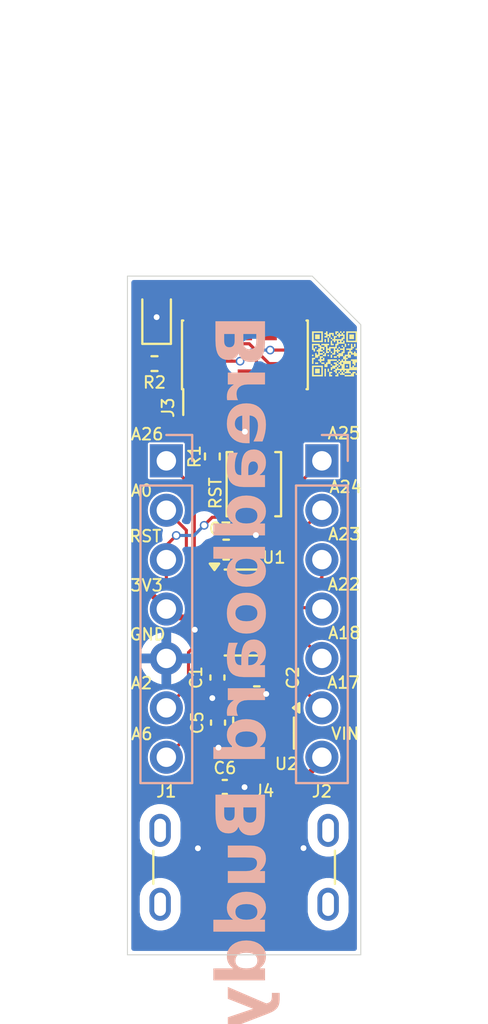
<source format=kicad_pcb>
(kicad_pcb (version 20240108) (generator "pcbnew") (generator_version "8.0")
  (title_block (title "Breadboard Buddy") (date "2024-10-06") (rev "0.1") (company "Rolando Rosales") (comment 1 "https://github.com/rolo-g/Breadboard-Buddy"))
  (layers (0 "F.Cu" signal) (31 "B.Cu" signal) (34 "B.Paste" user) (35 "F.Paste" user) (36 "B.SilkS" user "B.Silkscreen") (37 "F.SilkS" user "F.Silkscreen") (38 "B.Mask" user) (39 "F.Mask" user) (44 "Edge.Cuts" user))
  (net 0 "")
  (net 1 "GND")
  (net 2 "/SWDIO")
  (net 3 "/NRST")
  (net 4 "/SWCLK")
  (net 6 "+3V3")
  (net 10 "/PA2")
  (net 11 "/PA0")
  (net 12 "/PA6")
  (net 13 "+5V")
  (net 14 "Net-(U1-VCORE)")
  (net 15 "/PA26")
  (net 16 "/PA23")
  (net 17 "/PA24")
  (net 18 "/PA17")
  (net 19 "/PA18")
  (net 20 "/PA22")
  (net 21 "/PA25")
  (net 28 "Net-(D1-A)")
  (footprint "Connector_PinHeader_1.27mm:PinHeader_2x05_P1.27mm_Vertical_SMD" (layer "F.Cu") (at 18.510456 16.579544 90)
    (property "Reference" "J3" (at -2.71702 -3.951818 90) (layer "F.SilkS") (effects (font (size 0.6 0.6) (thickness 0.1))))
    (property "Value" "Conn_ARM_JTAG_SWD_10")
    (pad "1" smd rect (at -1.95 -2.54 90) (size 2.4 0.74) (layers "F.Cu" "F.Paste" "F.Mask") (net 6 "+3V3"))
    (pad "2" smd rect (at 1.95 -2.54 90) (size 2.4 0.74) (layers "F.Cu" "F.Paste" "F.Mask") (net 2 "/SWDIO"))
    (pad "3" smd rect (at -1.95 -1.27 90) (size 2.4 0.74) (layers "F.Cu" "F.Paste" "F.Mask") (net 1 "GND"))
    (pad "4" smd rect (at 1.95 -1.27 90) (size 2.4 0.74) (layers "F.Cu" "F.Paste" "F.Mask") (net 4 "/SWCLK"))
    (pad "5" smd rect (at -1.95 0 90) (size 2.4 0.74) (layers "F.Cu" "F.Paste" "F.Mask") (net 1 "GND"))
    (pad "6" smd rect (at 1.95 0 90) (size 2.4 0.74) (layers "F.Cu" "F.Paste" "F.Mask"))
    (pad "7" smd rect (at -1.95 1.27 90) (size 2.4 0.74) (layers "F.Cu" "F.Paste" "F.Mask"))
    (pad "8" smd rect (at 1.95 1.27 90) (size 2.4 0.74) (layers "F.Cu" "F.Paste" "F.Mask"))
    (pad "9" smd rect (at -1.95 2.54 90) (size 2.4 0.74) (layers "F.Cu" "F.Paste" "F.Mask"))
    (pad "10" smd rect (at 1.95 2.54 90) (size 2.4 0.74) (layers "F.Cu" "F.Paste" "F.Mask") (net 3 "/NRST"))
  )
  (footprint "Package_SO:Texas_DYY0016A_TSOT-23-16_4.2x2.0mm_P0.5mm" (layer "F.Cu") (at 18.470456 29.829544)
    (property "Reference" "U1" (at 1.529544 -2.829544 0) (layer "F.SilkS") (effects (font (size 0.6 0.6) (thickness 0.1))))
    (property "Value" "MSPM0(C/L)(11/13)0x")
    (pad "1" smd roundrect (at -1.3125 -1.75) (size 1.475 0.35) (layers "F.Cu" "F.Paste" "F.Mask") (net 15 "/PA26"))
    (pad "2" smd roundrect (at -1.3125 -1.25) (size 1.475 0.35) (layers "F.Cu" "F.Paste" "F.Mask") (net 14 "Net-(U1-VCORE)"))
    (pad "3" smd roundrect (at -1.3125 -0.75) (size 1.475 0.35) (layers "F.Cu" "F.Paste" "F.Mask") (net 11 "/PA0"))
    (pad "4" smd roundrect (at -1.3125 -0.25) (size 1.475 0.35) (layers "F.Cu" "F.Paste" "F.Mask") (net 3 "/NRST"))
    (pad "5" smd roundrect (at -1.3125 0.25) (size 1.475 0.35) (layers "F.Cu" "F.Paste" "F.Mask") (net 6 "+3V3"))
    (pad "6" smd roundrect (at -1.3125 0.75) (size 1.475 0.35) (layers "F.Cu" "F.Paste" "F.Mask") (net 1 "GND"))
    (pad "7" smd roundrect (at -1.3125 1.25) (size 1.475 0.35) (layers "F.Cu" "F.Paste" "F.Mask") (net 10 "/PA2"))
    (pad "8" smd roundrect (at -1.3125 1.75) (size 1.475 0.35) (layers "F.Cu" "F.Paste" "F.Mask") (net 12 "/PA6"))
    (pad "9" smd roundrect (at 1.3125 1.75) (size 1.475 0.35) (layers "F.Cu" "F.Paste" "F.Mask") (net 18 "/PA17"))
    (pad "10" smd roundrect (at 1.3125 1.25) (size 1.475 0.35) (layers "F.Cu" "F.Paste" "F.Mask") (net 19 "/PA18"))
    (pad "11" smd roundrect (at 1.3125 0.75) (size 1.475 0.35) (layers "F.Cu" "F.Paste" "F.Mask") (net 2 "/SWDIO"))
    (pad "12" smd roundrect (at 1.3125 0.25) (size 1.475 0.35) (layers "F.Cu" "F.Paste" "F.Mask") (net 4 "/SWCLK"))
    (pad "13" smd roundrect (at 1.3125 -0.25) (size 1.475 0.35) (layers "F.Cu" "F.Paste" "F.Mask") (net 20 "/PA22"))
    (pad "14" smd roundrect (at 1.3125 -0.75) (size 1.475 0.35) (layers "F.Cu" "F.Paste" "F.Mask") (net 16 "/PA23"))
    (pad "15" smd roundrect (at 1.3125 -1.25) (size 1.475 0.35) (layers "F.Cu" "F.Paste" "F.Mask") (net 17 "/PA24"))
    (pad "16" smd roundrect (at 1.3125 -1.75) (size 1.475 0.35) (layers "F.Cu" "F.Paste" "F.Mask") (net 21 "/PA25"))
  )
  (footprint "Package_TO_SOT_SMD:SOT-23-3" (layer "F.Cu") (at 19.470456 36.029544 -90)
    (property "Reference" "U2" (at 1.58119 -1.183941 180) (layer "F.SilkS") (effects (font (size 0.6 0.6) (thickness 0.1))))
    (property "Value" "XC6206PxxxMR")
    (pad "1" smd roundrect (at -1.1375 -0.95 270) (size 1.325 0.6) (layers "F.Cu" "F.Paste" "F.Mask") (net 1 "GND"))
    (pad "2" smd roundrect (at -1.1375 0.95 270) (size 1.325 0.6) (layers "F.Cu" "F.Paste" "F.Mask") (net 6 "+3V3"))
    (pad "3" smd roundrect (at 1.1375 0 270) (size 1.325 0.6) (layers "F.Cu" "F.Paste" "F.Mask") (net 13 "+5V"))
  )
  (footprint "Resistor_SMD:R_0402_1005Metric" (layer "F.Cu") (at 13.862026 17.029544 180)
    (property "Reference" "R2" (at 0 -0.970456 0) (layer "F.SilkS") (effects (font (size 0.6 0.6) (thickness 0.1))))
    (property "Value" "1k")
    (pad "1" smd roundrect (at -0.51 0 180) (size 0.54 0.64) (layers "F.Cu" "F.Paste" "F.Mask") (net 6 "+3V3"))
    (pad "2" smd roundrect (at 0.51 0 180) (size 0.54 0.64) (layers "F.Cu" "F.Paste" "F.Mask") (net 28 "Net-(D1-A)"))
  )
  (footprint "Button_Switch_SMD:SW_SPST_B3U-1000P" (layer "F.Cu") (at 18.970456 23.229544 -90)
    (property "Reference" "SW1" (hide yes))
    (property "Value" "SW_Push")
    (pad "1" smd rect (at -1.7 0 270) (size 0.9 1.7) (layers "F.Cu" "F.Paste" "F.Mask") (net 1 "GND"))
    (pad "2" smd rect (at 1.7 0 270) (size 0.9 1.7) (layers "F.Cu" "F.Paste" "F.Mask") (net 3 "/NRST"))
  )
  (footprint "Capacitor_SMD:C_0402_1005Metric" (layer "F.Cu") (at 17.128763 35.49075 -90)
    (property "Reference" "C5" (at 0.005694 1.068063 90) (layer "F.SilkS") (effects (font (size 0.6 0.6) (thickness 0.1))))
    (property "Value" "1uF")
    (pad "1" smd roundrect (at -0.48 0 270) (size 0.56 0.62) (layers "F.Cu" "F.Paste" "F.Mask") (net 6 "+3V3"))
    (pad "2" smd roundrect (at 0.48 0 270) (size 0.56 0.62) (layers "F.Cu" "F.Paste" "F.Mask") (net 1 "GND"))
  )
  (footprint "Capacitor_SMD:C_0402_1005Metric" (layer "F.Cu") (at 17.477374 38.797404)
    (property "Reference" "C6" (at 0.003643 -0.971526 0) (layer "F.SilkS") (effects (font (size 0.6 0.6) (thickness 0.1))))
    (property "Value" "1uF")
    (pad "1" smd roundrect (at -0.48 0) (size 0.56 0.62) (layers "F.Cu" "F.Paste" "F.Mask") (net 13 "+5V"))
    (pad "2" smd roundrect (at 0.48 0) (size 0.56 0.62) (layers "F.Cu" "F.Paste" "F.Mask") (net 1 "GND"))
  )
  (footprint "Resistor_SMD:R_0402_1005Metric" (layer "F.Cu") (at 16.837156 21.803866 90)
    (property "Reference" "R1" (at -0.008799 -0.917628 90) (layer "F.SilkS") (effects (font (size 0.6 0.6) (thickness 0.1))))
    (property "Value" "47k")
    (pad "1" smd roundrect (at -0.51 0 90) (size 0.54 0.64) (layers "F.Cu" "F.Paste" "F.Mask") (net 6 "+3V3"))
    (pad "2" smd roundrect (at 0.51 0 90) (size 0.54 0.64) (layers "F.Cu" "F.Paste" "F.Mask") (net 3 "/NRST"))
  )
  (footprint "LED_SMD:LED_0603_1608Metric" (layer "F.Cu") (at 13.970456 14.529544 90)
    (property "Reference" "D1" (hide yes))
    (property "Value" "WHITE")
    (pad "1" smd roundrect (at -0.7875 0 90) (size 0.875 0.95) (layers "F.Cu" "F.Paste" "F.Mask") (net 1 "GND"))
    (pad "2" smd roundrect (at 0.7875 0 90) (size 0.875 0.95) (layers "F.Cu" "F.Paste" "F.Mask") (net 28 "Net-(D1-A)"))
  )
  (footprint "Connector_USB:USB_C_Receptacle_GCT_USB4125-xx-x_6P_TopMnt_Horizontal" (layer "F.Cu") (at 18.470456 44.029544)
    (property "Reference" "J4" (at 1.029544 -5.029544 0) (layer "F.SilkS") (effects (font (size 0.6 0.6) (thickness 0.1))))
    (property "Value" "USB_C_Receptacle_PowerOnly_6P")
    (pad "A5" smd roundrect (at -0.5 -3.08) (size 0.7 1.2) (layers "F.Cu" "F.Paste" "F.Mask"))
    (pad "A9" smd roundrect (at 1.52 -3.08 180) (size 0.76 1.2) (layers "F.Cu" "F.Paste" "F.Mask") (net 13 "+5V"))
    (pad "A12" smd roundrect (at 2.75 -3.08 180) (size 0.8 1.2) (layers "F.Cu" "F.Paste" "F.Mask") (net 1 "GND"))
    (pad "B5" smd roundrect (at 0.5 -3.08 180) (size 0.7 1.2) (layers "F.Cu" "F.Paste" "F.Mask"))
    (pad "B9" smd roundrect (at -1.52 -3.08) (size 0.76 1.2) (layers "F.Cu" "F.Paste" "F.Mask") (net 13 "+5V"))
    (pad "B12" smd roundrect (at -2.75 -3.08) (size 0.8 1.2) (layers "F.Cu" "F.Paste" "F.Mask") (net 1 "GND"))
    (pad "S1" thru_hole oval (at -4.32 -3) (size 1.1 1.7) (drill oval 0.6 1.2) (layers "*.Cu" "*.Mask" "F.Paste"))
    (pad "S1" thru_hole oval (at -4.32 0.8) (size 1.1 1.7) (drill oval 0.6 1.2) (layers "*.Cu" "*.Mask" "F.Paste"))
    (pad "S1" thru_hole oval (at 4.32 -3) (size 1.1 1.7) (drill oval 0.6 1.2) (layers "*.Cu" "*.Mask" "F.Paste"))
    (pad "S1" thru_hole oval (at 4.32 0.8) (size 1.1 1.7) (drill oval 0.6 1.2) (layers "*.Cu" "*.Mask" "F.Paste"))
  )
  (footprint "LOGO" (layer "F.Cu") (at 23.120456 16.529544)
    (property "Reference" "G***" (hide yes))
    (property "Value" "LOGO" (hide yes))
  )
  (footprint "Capacitor_SMD:C_0603_1608Metric" (layer "F.Cu") (at 17.548187 26.593679)
    (property "Reference" "C3" (at -0.301887 -1.074631 180) (layer "F.SilkS") (effects (font (size 0.6 0.6) (thickness 0.1))))
    (property "Value" ".47uF")
    (pad "1" smd roundrect (at -0.775 0) (size 0.9 0.95) (layers "F.Cu" "F.Paste" "F.Mask") (net 14 "Net-(U1-VCORE)"))
    (pad "2" smd roundrect (at 0.775 0) (size 0.9 0.95) (layers "F.Cu" "F.Paste" "F.Mask") (net 1 "GND"))
  )
  (footprint "Capacitor_SMD:C_0603_1608Metric" (layer "F.Cu") (at 19.124375 33.115563)
    (property "Reference" "C2" (at 1.854543 0.067066 90) (layer "F.SilkS") (effects (font (size 0.6 0.6) (thickness 0.1))))
    (property "Value" "10uF")
    (pad "1" smd roundrect (at -0.775 0) (size 0.9 0.95) (layers "F.Cu" "F.Paste" "F.Mask") (net 6 "+3V3"))
    (pad "2" smd roundrect (at 0.775 0) (size 0.9 0.95) (layers "F.Cu" "F.Paste" "F.Mask") (net 1 "GND"))
  )
  (footprint "Capacitor_SMD:C_0402_1005Metric" (layer "F.Cu") (at 17.097242 33.171617 -90)
    (property "Reference" "C1" (at 0.001763 1.097242 90) (layer "F.SilkS") (effects (font (size 0.6 0.6) (thickness 0.1))))
    (property "Value" ".1uF")
    (pad "1" smd roundrect (at -0.48 0 270) (size 0.56 0.62) (layers "F.Cu" "F.Paste" "F.Mask") (net 6 "+3V3"))
    (pad "2" smd roundrect (at 0.48 0 270) (size 0.56 0.62) (layers "F.Cu" "F.Paste" "F.Mask") (net 1 "GND"))
  )
  (footprint "Connector_PinHeader_2.54mm:PinHeader_1x07_P2.54mm_Vertical" (layer "B.Cu") (at 22.470456 22.029544 180)
    (property "Reference" "J2" (at 0 -17 0) (layer "F.SilkS") (effects (font (size 0.6 0.6) (thickness 0.1))))
    (property "Value" "Conn_01x07")
    (pad "1" thru_hole rect (at 0 0 180) (size 1.7 1.7) (drill 1) (layers "*.Cu" "*.Mask") (net 21 "/PA25"))
    (pad "2" thru_hole oval (at 0 -2.54 180) (size 1.7 1.7) (drill 1) (layers "*.Cu" "*.Mask") (net 17 "/PA24"))
    (pad "3" thru_hole oval (at 0 -5.08 180) (size 1.7 1.7) (drill 1) (layers "*.Cu" "*.Mask") (net 16 "/PA23"))
    (pad "4" thru_hole oval (at 0 -7.62 180) (size 1.7 1.7) (drill 1) (layers "*.Cu" "*.Mask") (net 20 "/PA22"))
    (pad "5" thru_hole oval (at 0 -10.16 180) (size 1.7 1.7) (drill 1) (layers "*.Cu" "*.Mask") (net 19 "/PA18"))
    (pad "6" thru_hole oval (at 0 -12.7 180) (size 1.7 1.7) (drill 1) (layers "*.Cu" "*.Mask") (net 18 "/PA17"))
    (pad "7" thru_hole oval (at 0 -15.24 180) (size 1.7 1.7) (drill 1) (layers "*.Cu" "*.Mask") (net 13 "+5V"))
  )
  (footprint "Connector_PinHeader_2.54mm:PinHeader_1x07_P2.54mm_Vertical" (layer "B.Cu") (at 14.470456 22.029544 180)
    (property "Reference" "J1" (at 0 -17 0) (layer "F.SilkS") (effects (font (size 0.6 0.6) (thickness 0.1))))
    (property "Value" "Conn_01x07")
    (pad "1" thru_hole rect (at 0 0 180) (size 1.7 1.7) (drill 1) (layers "*.Cu" "*.Mask") (net 15 "/PA26"))
    (pad "2" thru_hole oval (at 0 -2.54 180) (size 1.7 1.7) (drill 1) (layers "*.Cu" "*.Mask") (net 11 "/PA0"))
    (pad "3" thru_hole oval (at 0 -5.08 180) (size 1.7 1.7) (drill 1) (layers "*.Cu" "*.Mask") (net 3 "/NRST"))
    (pad "4" thru_hole oval (at 0 -7.62 180) (size 1.7 1.7) (drill 1) (layers "*.Cu" "*.Mask") (net 6 "+3V3"))
    (pad "5" thru_hole oval (at 0 -10.16 180) (size 1.7 1.7) (drill 1) (layers "*.Cu" "*.Mask") (net 1 "GND"))
    (pad "6" thru_hole oval (at 0 -12.7 180) (size 1.7 1.7) (drill 1) (layers "*.Cu" "*.Mask") (net 10 "/PA2"))
    (pad "7" thru_hole oval (at 0 -15.24 180) (size 1.7 1.7) (drill 1) (layers "*.Cu" "*.Mask") (net 12 "/PA6"))
  )
  (gr_line (start 12.470456 47.429544) (end 12.470456 12.529544) (stroke (width 0.05)) (layer "Edge.Cuts"))
  (gr_line (start 24.470456 47.429544) (end 12.470456 47.429544) (stroke (width 0.05)) (layer "Edge.Cuts"))
  (gr_line (start 24.470456 15.029544) (end 24.470456 47.429544) (stroke (width 0.05)) (layer "Edge.Cuts"))
  (gr_line (start 24.470456 15.029544) (end 21.970456 12.529544) (stroke (width 0.05)) (layer "Edge.Cuts"))
  (gr_line (start 12.470456 12.529544) (end 21.970456 12.529544) (stroke (width 0.05)) (layer "Edge.Cuts"))
  (gr_text "Breadboard Buddy" (at 19.970456 14.529544 90) (layer "B.SilkS") (effects (font (size 2.5 2.5) (thickness 0.2) (bold yes) (italic yes)) (justify left bottom mirror)))
  (gr_text "A17" (at 22.685738 33.783361 0) (layer "F.SilkS") (effects (font (size 0.6 0.6) (thickness 0.1) (bold yes)) (justify left bottom)))
  (gr_text "A22" (at 22.708148 28.733443 0) (layer "F.SilkS") (effects (font (size 0.6 0.6) (thickness 0.1) (bold yes)) (justify left bottom)))
  (gr_text "A25" (at 22.709677 20.962301 0) (layer "F.SilkS") (effects (font (size 0.6 0.6) (thickness 0.1) (bold yes)) (justify left bottom)))
  (gr_text "GND" (at 12.528561 31.304426 0) (layer "F.SilkS") (effects (font (size 0.6 0.6) (thickness 0.1) (bold yes)) (justify left bottom)))
  (gr_text "A0" (at 12.589085 23.916272 0) (layer "F.SilkS") (effects (font (size 0.6 0.6) (thickness 0.1) (bold yes)) (justify left bottom)))
  (gr_text "A23" (at 22.732088 26.154154 0) (layer "F.SilkS") (effects (font (size 0.6 0.6) (thickness 0.1) (bold yes)) (justify left bottom)))
  (gr_text "A2" (at 12.589085 33.811816 0) (layer "F.SilkS") (effects (font (size 0.6 0.6) (thickness 0.1) (bold yes)) (justify left bottom)))
  (gr_text "A26" (at 12.593408 21.011158 0) (layer "F.SilkS") (effects (font (size 0.6 0.6) (thickness 0.1) (bold yes)) (justify left bottom)))
  (gr_text "3V3" (at 12.567469 28.784067 0) (layer "F.SilkS") (effects (font (size 0.6 0.6) (thickness 0.1) (bold yes)) (justify left bottom)))
  (gr_text "A18" (at 22.732088 31.233953 0) (layer "F.SilkS") (effects (font (size 0.6 0.6) (thickness 0.1) (bold yes)) (justify left bottom)))
  (gr_text "A24" (at 22.797792 23.720877 0) (layer "F.SilkS") (effects (font (size 0.6 0.6) (thickness 0.1) (bold yes)) (justify left bottom)))
  (gr_text "A6" (at 12.606377 36.427283 0) (layer "F.SilkS") (effects (font (size 0.6 0.6) (thickness 0.1) (bold yes)) (justify left bottom)))
  (gr_text "RST" (at 12.511269 26.255062 0) (layer "F.SilkS") (effects (font (size 0.6 0.6) (thickness 0.1) (bold yes)) (justify left bottom)))
  (gr_text "VIN" (at 22.888964 36.410866 0) (layer "F.SilkS") (effects (font (size 0.6 0.6) (thickness 0.1) (bold yes)) (justify left bottom)))
  (gr_text "RST" (at 17.346552 24.576567 90) (layer "F.SilkS") (effects (font (size 0.6 0.6) (thickness 0.1) (bold yes)) (justify left bottom)))
  (segment (start 18.970456 20.989544) (end 18.970456 21.529544) (width 0.2) (layer "F.Cu") (net 1))
  (segment (start 17.150916 36.775982) (end 17.150916 35.992903) (width 0.2) (layer "F.Cu") (net 1))
  (segment (start 13.970809 15.316691) (end 13.970456 15.317044) (width 0.2) (layer "F.Cu") (net 1))
  (segment (start 18.510456 20.529544) (end 18.970456 20.989544) (width 0.2) (layer "F.Cu") (net 1))
  (segment (start 16.835734 34.228706) (end 16.835734 33.913125) (width 0.2) (layer "F.Cu") (net 1))
  (segment (start 20.420456 34.831175) (end 19.606677 34.017396) (width 0.2) (layer "F.Cu") (net 1))
  (segment (start 21.220456 40.949544) (end 21.220456 41.637252) (width 0.2) (layer "F.Cu") (net 1))
  (segment (start 13.970809 14.64042) (end 13.970809 15.316691) (width 0.2) (layer "F.Cu") (net 1))
  (segment (start 19.899375 33.724698) (end 19.606677 34.017396) (width 0.2) (layer "F.Cu") (net 1))
  (segment (start 17.157956 30.579544) (end 16.065551 30.579544) (width 0.2) (layer "F.Cu") (net 1))
  (segment (start 18.482258 38.797404) (end 18.492637 38.807783) (width 0.2) (layer "F.Cu") (net 1))
  (segment (start 19.899375 33.115563) (end 19.899375 33.724698) (width 0.2) (layer "F.Cu") (net 1))
  (segment (start 18.307861 26.578353) (end 18.323187 26.593679) (width 0.3) (layer "F.Cu") (net 1))
  (segment (start 14.068874 15.450064) (end 14.075034 15.443904) (width 0.2) (layer "F.Cu") (net 1))
  (segment (start 17.150916 35.992903) (end 17.128763 35.97075) (width 0.2) (layer "F.Cu") (net 1))
  (segment (start 21.220456 41.637252) (end 21.524532 41.941328) (width 0.2) (layer "F.Cu") (net 1))
  (segment (start 18.323187 26.593679) (end 18.330511 26.593679) (width 0.3) (layer "F.Cu") (net 1))
  (segment (start 16.835734 33.913125) (end 17.097242 33.651617) (width 0.2) (layer "F.Cu") (net 1))
  (segment (start 16.065551 30.579544) (end 15.932916 30.712179) (width 0.2) (layer "F.Cu") (net 1))
  (segment (start 20.420456 34.892044) (end 20.420456 34.831175) (width 0.2) (layer "F.Cu") (net 1))
  (segment (start 15.720456 41.199544) (end 15.720456 41.577648) (width 0.2) (layer "F.Cu") (net 1))
  (segment (start 17.240456 18.529544) (end 18.510456 18.529544) (width 0.3) (layer "F.Cu") (net 1))
  (segment (start 18.460456 18.479544) (end 18.510456 18.529544) (width 0.3) (layer "F.Cu") (net 1))
  (segment (start 18.510456 20.529544) (end 18.510456 18.529544) (width 0.2) (layer "F.Cu") (net 1))
  (segment (start 18.330511 26.593679) (end 19.07613 25.84806) (width 0.3) (layer "F.Cu") (net 1))
  (segment (start 17.957374 38.797404) (end 18.482258 38.797404) (width 0.2) (layer "F.Cu") (net 1))
  (segment (start 15.720456 41.577648) (end 16.093825 41.951017) (width 0.2) (layer "F.Cu") (net 1))
  (via (at 13.970809 14.64042) (size 0.45) (drill 0.3) (layers "F.Cu" "B.Cu") (net 1))
  (via (at 19.606677 34.017396) (size 0.45) (drill 0.3) (layers "F.Cu" "B.Cu") (net 1))
  (via (at 18.510456 20.529544) (size 0.45) (drill 0.3) (layers "F.Cu" "B.Cu") (net 1))
  (via (at 15.932916 30.712179) (size 0.45) (drill 0.3) (layers "F.Cu" "B.Cu") (net 1))
  (via (at 16.093825 41.951017) (size 0.45) (drill 0.3) (layers "F.Cu" "B.Cu") (net 1))
  (via (at 18.492637 38.807783) (size 0.45) (drill 0.3) (layers "F.Cu" "B.Cu") (net 1))
  (via (at 21.524532 41.941328) (size 0.45) (drill 0.3) (layers "F.Cu" "B.Cu") (net 1))
  (via (at 16.835734 34.228706) (size 0.45) (drill 0.3) (layers "F.Cu" "B.Cu") (net 1))
  (via (at 19.07613 25.84806) (size 0.45) (drill 0.3) (layers "F.Cu" "B.Cu") (net 1))
  (via (at 17.150916 36.775982) (size 0.45) (drill 0.3) (layers "F.Cu" "B.Cu") (net 1))
  (segment (start 20.100456 20.900528) (end 20.100456 26.011822) (width 0.16) (layer "F.Cu") (net 2))
  (segment (start 20.100456 26.011822) (end 18.505456 27.606822) (width 0.16) (layer "F.Cu") (net 2))
  (segment (start 19.101485 16.886238) (end 19.101485 19.901557) (width 0.16) (layer "F.Cu") (net 2))
  (segment (start 18.505456 27.606822) (end 18.505456 30.083463) (width 0.16) (layer "F.Cu") (net 2))
  (segment (start 15.970456 16.173411) (end 16.186589 16.389544) (width 0.16) (layer "F.Cu") (net 2))
  (segment (start 18.505456 30.083463) (end 19.001537 30.579544) (width 0.16) (layer "F.Cu") (net 2))
  (segment (start 16.186589 16.389544) (end 18.604791 16.389544) (width 0.16) (layer "F.Cu") (net 2))
  (segment (start 18.604791 16.389544) (end 19.101485 16.886238) (width 0.16) (layer "F.Cu") (net 2))
  (segment (start 19.101485 19.901557) (end 20.100456 20.900528) (width 0.16) (layer "F.Cu") (net 2))
  (segment (start 15.970456 14.579544) (end 15.970456 16.173411) (width 0.16) (layer "F.Cu") (net 2))
  (segment (start 19.001537 30.579544) (end 19.782956 30.579544) (width 0.16) (layer "F.Cu") (net 2))
  (segment (start 14.470456 28.079544) (end 14.470456 27.109544) (width 0.16) (layer "F.Cu") (net 3))
  (segment (start 16.830794 24.929544) (end 18.970456 24.929544) (width 0.16) (layer "F.Cu") (net 3))
  (segment (start 16.886454 16.903546) (end 16.690456 17.099544) (width 0.16) (layer "F.Cu") (net 3))
  (segment (start 16.415423 25.344915) (end 16.340422 25.344915) (width 0.16) (layer "F.Cu") (net 3))
  (segment (start 16.837156 21.293866) (end 18.970456 23.427166) (width 0.3) (layer "F.Cu") (net 3))
  (segment (start 18.263921 16.903546) (end 16.886454 16.903546) (width 0.16) (layer "F.Cu") (net 3))
  (segment (start 16.837156 20.297675) (end 16.837156 21.293866) (width 0.16) (layer "F.Cu") (net 3))
  (segment (start 16.415423 25.344915) (end 16.830794 24.929544) (width 0.16) (layer "F.Cu") (net 3))
  (segment (start 14.470456 26.376589) (end 14.470456 27.109544) (width 0.16) (layer "F.Cu") (net 3))
  (segment (start 16.690456 20.150975) (end 16.837156 20.297675) (width 0.16) (layer "F.Cu") (net 3))
  (segment (start 17.157956 29.579544) (end 15.970456 29.579544) (width 0.16) (layer "F.Cu") (net 3))
  (segment (start 18.970456 23.427166) (end 18.970456 24.929544) (width 0.3) (layer "F.Cu") (net 3))
  (segment (start 16.690456 17.099544) (end 16.690456 20.150975) (width 0.16) (layer "F.Cu") (net 3))
  (segment (start 20.666729 16.333271) (end 21.050456 15.949544) (width 0.16) (layer "F.Cu") (net 3))
  (segment (start 15.970456 29.579544) (end 14.470456 28.079544) (width 0.16) (layer "F.Cu") (net 3))
  (segment (start 19.80927 16.333271) (end 20.666729 16.333271) (width 0.16) (layer "F.Cu") (net 3))
  (segment (start 21.050456 15.949544) (end 21.050456 14.579544) (width 0.16) (layer "F.Cu") (net 3))
  (segment (start 14.981561 25.865484) (end 14.470456 26.376589) (width 0.16) (layer "F.Cu") (net 3))
  (via (at 14.981561 25.865484) (size 0.45) (drill 0.3) (layers "F.Cu" "B.Cu") (net 3))
  (via (at 19.80927 16.333271) (size 0.45) (drill 0.3) (layers "F.Cu" "B.Cu") (net 3))
  (via (at 16.415423 25.344915) (size 0.45) (drill 0.3) (layers "F.Cu" "B.Cu") (net 3))
  (via (at 18.263921 16.903546) (size 0.45) (drill 0.3) (layers "F.Cu" "B.Cu") (net 3))
  (segment (start 15.894854 25.865484) (end 16.415423 25.344915) (width 0.16) (layer "B.Cu") (net 3))
  (segment (start 14.981561 25.865484) (end 15.894854 25.865484) (width 0.16) (layer "B.Cu") (net 3))
  (segment (start 18.834196 16.333271) (end 19.80927 16.333271) (width 0.16) (layer "B.Cu") (net 3))
  (segment (start 18.263921 16.903546) (end 18.834196 16.333271) (width 0.16) (layer "B.Cu") (net 3))
  (segment (start 19.045457 30.079544) (end 18.865456 29.899543) (width 0.16) (layer "F.Cu") (net 4))
  (segment (start 18.865456 27.755938) (end 20.470456 26.150938) (width 0.16) (layer "F.Cu") (net 4))
  (segment (start 20.470456 26.150938) (end 20.470456 17.239544) (width 0.16) (layer "F.Cu") (net 4))
  (segment (start 18.733907 16.009544) (end 17.240456 16.009544) (width 0.16) (layer "F.Cu") (net 4))
  (segment (start 20.470456 17.239544) (end 20.260456 17.029544) (width 0.16) (layer "F.Cu") (net 4))
  (segment (start 20.260456 17.029544) (end 19.753907 17.029544) (width 0.16) (layer "F.Cu") (net 4))
  (segment (start 19.753907 17.029544) (end 18.733907 16.009544) (width 0.16) (layer "F.Cu") (net 4))
  (segment (start 19.782956 30.079544) (end 19.045457 30.079544) (width 0.16) (layer "F.Cu") (net 4))
  (segment (start 18.865456 29.899543) (end 18.865456 27.755938) (width 0.16) (layer "F.Cu") (net 4))
  (segment (start 17.240456 16.009544) (end 17.240456 14.579544) (width 0.16) (layer "F.Cu") (net 4))
  (segment (start 18.520456 33.286644) (end 18.349375 33.115563) (width 0.3) (layer "F.Cu") (net 6))
  (segment (start 15.300456 18.479544) (end 13.120456 20.659544) (width 0.3) (layer "F.Cu") (net 6))
  (segment (start 15.970456 21.447166) (end 15.970456 18.479544) (width 0.3) (layer "F.Cu") (net 6))
  (segment (start 14.900456 30.079544) (end 17.157956 30.079544) (width 0.3) (layer "F.Cu") (net 6))
  (segment (start 13.120456 20.659544) (end 13.120456 28.299544) (width 0.3) (layer "F.Cu") (net 6))
  (segment (start 13.120456 28.299544) (end 14.470456 29.649544) (width 0.3) (layer "F.Cu") (net 6))
  (segment (start 14.470456 29.649544) (end 14.900456 30.079544) (width 0.3) (layer "F.Cu") (net 6))
  (segment (start 17.247469 34.892044) (end 17.128763 35.01075) (width 0.3) (layer "F.Cu") (net 6))
  (segment (start 17.925429 32.691617) (end 18.349375 33.115563) (width 0.3) (layer "F.Cu") (net 6))
  (segment (start 16.837156 22.313866) (end 15.970456 21.447166) (width 0.3) (layer "F.Cu") (net 6))
  (segment (start 17.097242 32.691617) (end 17.925429 32.691617) (width 0.3) (layer "F.Cu") (net 6))
  (segment (start 14.372026 17.029544) (end 14.470456 17.029544) (width 0.3) (layer "F.Cu") (net 6))
  (segment (start 17.893425 30.079544) (end 17.157956 30.079544) (width 0.3) (layer "F.Cu") (net 6))
  (segment (start 18.520456 34.892044) (end 17.247469 34.892044) (width 0.3) (layer "F.Cu") (net 6))
  (segment (start 18.520456 34.892044) (end 18.520456 33.286644) (width 0.3) (layer "F.Cu") (net 6))
  (segment (start 14.470456 17.029544) (end 15.970456 18.529544) (width 0.3) (layer "F.Cu") (net 6))
  (segment (start 18.349375 33.115563) (end 18.349375 30.535494) (width 0.3) (layer "F.Cu") (net 6))
  (segment (start 18.349375 30.535494) (end 17.893425 30.079544) (width 0.3) (layer "F.Cu") (net 6))
  (segment (start 15.970456 18.479544) (end 15.300456 18.479544) (width 0.3) (layer "F.Cu") (net 6))
  (segment (start 15.610456 33.589544) (end 15.610456 31.880427) (width 0.16) (layer "F.Cu") (net 10))
  (segment (start 16.411339 31.079544) (end 17.157956 31.079544) (width 0.16) (layer "F.Cu") (net 10))
  (segment (start 15.610456 31.880427) (end 16.411339 31.079544) (width 0.16) (layer "F.Cu") (net 10))
  (segment (start 14.470456 34.729544) (end 15.610456 33.589544) (width 0.16) (layer "F.Cu") (net 10))
  (segment (start 17.157956 29.079544) (end 16.539728 29.079544) (width 0.16) (layer "F.Cu") (net 11))
  (segment (start 16.539728 29.079544) (end 15.500456 28.040272) (width 0.16) (layer "F.Cu") (net 11))
  (segment (start 15.500456 25.599544) (end 14.470456 24.569544) (width 0.16) (layer "F.Cu") (net 11))
  (segment (start 15.500456 28.040272) (end 15.500456 25.599544) (width 0.16) (layer "F.Cu") (net 11))
  (segment (start 16.420456 31.579544) (end 15.970456 32.029544) (width 0.16) (layer "F.Cu") (net 12))
  (segment (start 15.970456 32.029544) (end 15.970456 35.769544) (width 0.16) (layer "F.Cu") (net 12))
  (segment (start 17.157956 31.579544) (end 16.420456 31.579544) (width 0.16) (layer "F.Cu") (net 12))
  (segment (start 15.970456 35.769544) (end 14.470456 37.269544) (width 0.16) (layer "F.Cu") (net 12))
  (segment (start 16.950456 40.949544) (end 16.950456 41.549544) (width 0.3) (layer "F.Cu") (net 13))
  (segment (start 19.470456 37.167044) (end 17.832956 37.167044) (width 0.3) (layer "F.Cu") (net 13))
  (segment (start 22.470456 37.449544) (end 19.990456 39.929544) (width 0.3) (layer "F.Cu") (net 13))
  (segment (start 19.990456 41.509544) (end 19.990456 40.949544) (width 0.3) (layer "F.Cu") (net 13))
  (segment (start 16.997374 38.002626) (end 16.997374 38.797404) (width 0.3) (layer "F.Cu") (net 13))
  (segment (start 16.970456 38.824322) (end 16.997374 38.797404) (width 0.16) (layer "F.Cu") (net 13))
  (segment (start 16.950456 40.949544) (end 16.950456 38.844322) (width 0.3) (layer "F.Cu") (net 13))
  (segment (start 16.950456 41.549544) (end 17.430456 42.029544) (width 0.3) (layer "F.Cu") (net 13))
  (segment (start 17.832956 37.167044) (end 16.997374 38.002626) (width 0.3) (layer "F.Cu") (net 13))
  (segment (start 17.430456 42.029544) (end 19.470456 42.029544) (width 0.3) (layer "F.Cu") (net 13))
  (segment (start 19.990456 39.929544) (end 19.990456 40.949544) (width 0.3) (layer "F.Cu") (net 13))
  (segment (start 16.950456 38.844322) (end 16.997374 38.797404) (width 0.3) (layer "F.Cu") (net 13))
  (segment (start 19.470456 42.029544) (end 19.990456 41.509544) (width 0.3) (layer "F.Cu") (net 13))
  (segment (start 22.470456 37.269544) (end 22.470456 37.449544) (width 0.3) (layer "F.Cu") (net 13))
  (segment (start 16.997374 38.84425) (end 16.997374 38.797404) (width 0.3) (layer "F.Cu") (net 13))
  (segment (start 18.075456 28.399543) (end 17.895455 28.579544) (width 0.16) (layer "F.Cu") (net 14))
  (segment (start 18.075456 27.878816) (end 18.075456 28.399543) (width 0.16) (layer "F.Cu") (net 14))
  (segment (start 17.895455 28.579544) (end 17.157956 28.579544) (width 0.16) (layer "F.Cu") (net 14))
  (segment (start 16.790319 26.593679) (end 18.075456 27.878816) (width 0.16) (layer "F.Cu") (net 14))
  (segment (start 16.773187 26.593679) (end 16.790319 26.593679) (width 0.16) (layer "F.Cu") (net 14))
  (segment (start 17.157956 28.079544) (end 16.048844 28.079544) (width 0.16) (layer "F.Cu") (net 15))
  (segment (start 15.910423 23.469511) (end 14.470456 22.029544) (width 0.16) (layer "F.Cu") (net 15))
  (segment (start 16.048844 28.079544) (end 15.910423 27.941123) (width 0.16) (layer "F.Cu") (net 15))
  (segment (start 15.910423 27.941123) (end 15.910423 23.469511) (width 0.16) (layer "F.Cu") (net 15))
  (segment (start 21.420456 29.079544) (end 22.470456 28.029544) (width 0.16) (layer "F.Cu") (net 16))
  (segment (start 22.470456 28.029544) (end 22.470456 27.109544) (width 0.16) (layer "F.Cu") (net 16))
  (segment (start 19.782956 29.079544) (end 21.420456 29.079544) (width 0.16) (layer "F.Cu") (net 16))
  (segment (start 20.873004 28.579544) (end 21.36 28.092548) (width 0.16) (layer "F.Cu") (net 17))
  (segment (start 19.782956 28.579544) (end 20.873004 28.579544) (width 0.16) (layer "F.Cu") (net 17))
  (segment (start 21.36 28.092548) (end 21.36 25.68) (width 0.16) (layer "F.Cu") (net 17))
  (segment (start 21.36 25.68) (end 22.470456 24.569544) (width 0.16) (layer "F.Cu") (net 17))
  (segment (start 21.440456 32.499544) (end 21.440456 33.699544) (width 0.16) (layer "F.Cu") (net 18))
  (segment (start 19.782956 31.579544) (end 20.520456 31.579544) (width 0.16) (layer "F.Cu") (net 18))
  (segment (start 21.440456 33.699544) (end 22.470456 34.729544) (width 0.16) (layer "F.Cu") (net 18))
  (segment (start 20.520456 31.579544) (end 21.440456 32.499544) (width 0.16) (layer "F.Cu") (net 18))
  (segment (start 19.782956 31.079544) (end 21.360456 31.079544) (width 0.16) (layer "F.Cu") (net 19))
  (segment (start 21.360456 31.079544) (end 22.470456 32.189544) (width 0.16) (layer "F.Cu") (net 19))
  (segment (start 22.400456 29.579544) (end 22.470456 29.649544) (width 0.16) (layer "F.Cu") (net 20))
  (segment (start 19.782956 29.579544) (end 22.400456 29.579544) (width 0.16) (layer "F.Cu") (net 20))
  (segment (start 21 23.5) (end 22.470456 22.029544) (width 0.16) (layer "F.Cu") (net 21))
  (segment (start 21 27.836764) (end 21 23.5) (width 0.16) (layer "F.Cu") (net 21))
  (segment (start 20.75722 28.079544) (end 21 27.836764) (width 0.16) (layer "F.Cu") (net 21))
  (segment (start 19.782956 28.079544) (end 20.75722 28.079544) (width 0.16) (layer "F.Cu") (net 21))
  (segment (start 13.145456 14.567044) (end 13.970456 13.742044) (width 0.3) (layer "F.Cu") (net 28))
  (segment (start 13.145456 16.822974) (end 13.145456 14.567044) (width 0.3) (layer "F.Cu") (net 28))
  (segment (start 13.352026 17.029544) (end 13.145456 16.822974) (width 0.3) (layer "F.Cu") (net 28))
  (zone (net 1) (net_name "GND") (layer "B.Cu") (connect_pads (clearance 0.5)) (min_thickness 0.25) (fill yes (thermal_gap 0.5) (thermal_bridge_width 0.5))
    (polygon (pts (xy 12.470456 12.529544) (xy 24.470456 12.529544) (xy 24.470456 47.529544) (xy 12.470456 47.529544)))
  )
)
</source>
